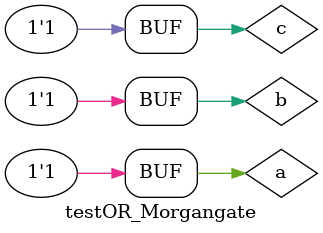
<source format=v>
module OR_Morgangate ( output s,
input p, q, r);
assign s = ( ~((~p)&(~q)&(~r)) );
endmodule // OR_Morgangate
// ---------------------
// -- test OR_Morgan gate
// ---------------------
module testOR_Morgangate;
// ------------------------- dados locais
reg a, b, c; // definir registradores
wire s; // definir conexao (fio)
// ------------------------- instancia
OR_Morgangate OR_Morgan1 (s, a, b, c);
// ------------------------- preparacao
initial begin:start
a=0; b=0; c=0;
end

// ------------------------- parte principal
initial begin
$display("Ex1 Nand gate - Vinicius Bordoni - 365595");
$display("Test OR_Morgan gate");
$display("\na  b = s\n");
$monitor("%b   %b  %b  =  %b", a, b, c, s); 
#1 a=0; b=0; c=0;
#1 a=0; b=0; c=1;
#1 a=0; b=1; c=0;
#1 a=0; b=1; c=1;
#1 a=1; b=0; c=0;
#1 a=1; b=0; c=1;
#1 a=1; b=1; c=0;
#1 a=1; b=1; c=1;
end
endmodule // testOR_Morgangate
</source>
